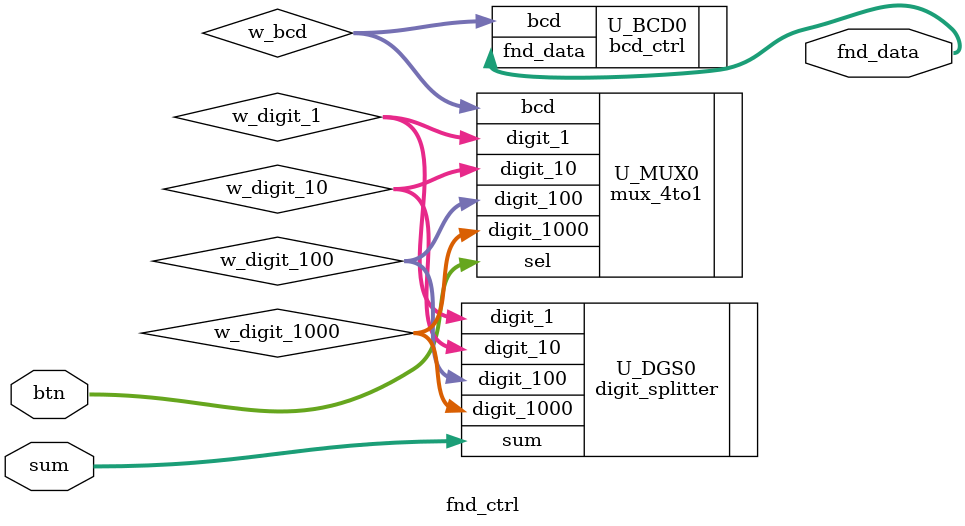
<source format=v>
`timescale 1ns / 1ps


module fnd_ctrl (
    input [8:0] sum,
    input [1:0] btn,

    output [7:0] fnd_data
);

    wire [3:0] w_bcd;
    wire [3:0] w_digit_1, w_digit_10, w_digit_100, w_digit_1000;

    digit_splitter U_DGS0 (
        .sum(sum),
        .digit_1(w_digit_1),
        .digit_10(w_digit_10),
        .digit_100(w_digit_100),
        .digit_1000(w_digit_1000)
    );

    mux_4to1 U_MUX0 (
        .sel(btn),
        .digit_1(w_digit_1),
        .digit_10(w_digit_10),
        .digit_100(w_digit_100),
        .digit_1000(w_digit_1000),
        .bcd(w_bcd)
    );

    bcd_ctrl U_BCD0 (
        .bcd(w_bcd),
        .fnd_data(fnd_data)
    );


endmodule

</source>
